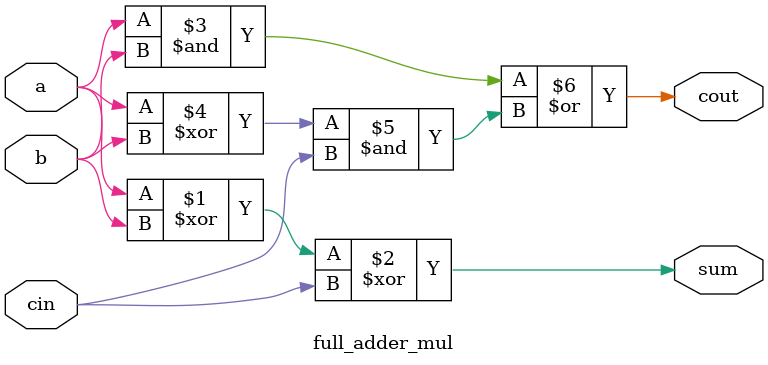
<source format=v>
module mini_ALU_16bit_MUL (
    input [15:0] data0,
    input [15:0] data1,
    output [31:0]  product,
    output overflow,
    output valid
);

    wire [30:0] partial_product [15:0];
    wire [30:0] tem_partial_product [14:0];


    //部分积
    assign partial_product[0] ={{15{1'b0}} , data0 & {16{data1[0]}}              };
    assign partial_product[1] ={{14{1'b0}} , data0 & {16{data1[1]}} ,  1'b0      };
    assign partial_product[2] ={{13{1'b0}} , data0 & {16{data1[2]}} ,  2'b00     };
    assign partial_product[3] ={{12{1'b0}} , data0 & {16{data1[3]}} ,  3'b000    };
    assign partial_product[4] ={{11{1'b0}} , data0 & {16{data1[4]}} , {4{1'b0}}  };
    assign partial_product[5] ={{10{1'b0}} , data0 & {16{data1[5]}} , {5{1'b0}}  };
    assign partial_product[6] ={{ 9{1'b0}} , data0 & {16{data1[6]}} , {6{1'b0}}  };
    assign partial_product[7] ={{ 8{1'b0}} , data0 & {16{data1[7]}} , {7{1'b0}}  };
    assign partial_product[8] ={{ 7{1'b0}} , data0 & {16{data1[8]}} , {8{1'b0}}  };
    assign partial_product[9] ={{ 6{1'b0}} , data0 & {16{data1[9]}} , {9{1'b0}}  };
    assign partial_product[10]={{ 5{1'b0}} , data0 & {16{data1[10]}},{10{1'b0}}  };
    assign partial_product[11]={{ 4{1'b0}} , data0 & {16{data1[11]}},{11{1'b0}}  };
    assign partial_product[12]={{ 3{1'b0}} , data0 & {16{data1[12]}},{12{1'b0}}  };
    assign partial_product[13]={{ 2{1'b0}} , data0 & {16{data1[13]}},{13{1'b0}}  };
    assign partial_product[14]={    1'b0   , data0 & {16{data1[14]}},{14{1'b0}}  };
    assign partial_product[15]={data0 & {16{data1[15]}},             {15{1'b0}}  };

    wire [14:0] temp_cout;
    adder_31bit a0(
        .a(partial_product[0]),
        .b(partial_product[1]),
        .sum(tem_partial_product[0]),
        .cout(temp_cout[0]),
        .cin(1'b0)
    );
    adder_31bit a1(
        .a(tem_partial_product[0]),
        .b(partial_product[2]),
        .sum(tem_partial_product[1]),
        .cout(temp_cout[1]),
        .cin(temp_cout[0])
    );
    adder_31bit a2(
        .a(tem_partial_product[1]),
        .b(partial_product[3]),
        .sum(tem_partial_product[2]),
        .cout(temp_cout[2]),
        .cin(temp_cout[1])
    );
    adder_31bit a3(
        .a(tem_partial_product[2]),
        .b(partial_product[4]),
        .sum(tem_partial_product[3]),
        .cout(temp_cout[3]),
        .cin(temp_cout[2])
    );
    adder_31bit a4(
        .a(tem_partial_product[3]),
        .b(partial_product[5]),
        .sum(tem_partial_product[4]),
        .cout(temp_cout[4]),
        .cin(temp_cout[3])
    );
    adder_31bit a5(
        .a(tem_partial_product[4]),
        .b(partial_product[6]),
        .sum(tem_partial_product[5]),
        .cout(temp_cout[5]),
        .cin(temp_cout[4])
    );
    adder_31bit a6(
        .a(tem_partial_product[5]),
        .b(partial_product[7]),
        .sum(tem_partial_product[6]),
        .cout(temp_cout[6]),
        .cin(temp_cout[5])
    );
    adder_31bit a7(
        .a(tem_partial_product[6]),
        .b(partial_product[8]),
        .sum(tem_partial_product[7]),
        .cout(temp_cout[7]),
        .cin(temp_cout[6])
    );
    adder_31bit a8(
        .a(tem_partial_product[7]),
        .b(partial_product[9]),
        .sum(tem_partial_product[8]),
        .cout(temp_cout[8]),
        .cin(temp_cout[7])
    );
    adder_31bit a9(
        .a(tem_partial_product[8]),
        .b(partial_product[10]),
        .sum(tem_partial_product[9]),
        .cout(temp_cout[9]),
        .cin(temp_cout[8])
    );
    adder_31bit a10(
        .a(tem_partial_product[9]),
        .b(partial_product[11]),
        .sum(tem_partial_product[10]),
        .cout(temp_cout[10]),
        .cin(temp_cout[9])
    );
    adder_31bit a11(
        .a(tem_partial_product[10]),
        .b(partial_product[12]),
        .sum(tem_partial_product[11]),
        .cout(temp_cout[11]),
        .cin(temp_cout[10])
    );
    adder_31bit a12(
        .a(tem_partial_product[11]),
        .b(partial_product[13]),
        .sum(tem_partial_product[12]),
        .cout(temp_cout[12]),
        .cin(temp_cout[11])
    );
    adder_31bit a13(
        .a(tem_partial_product[12]),
        .b(partial_product[14]),
        .sum(tem_partial_product[13]),
        .cout(temp_cout[13]),
        .cin(temp_cout[12])
    );
    adder_31bit a14(
        .a(tem_partial_product[13]),
        .b(partial_product[15]),
        .sum(tem_partial_product[14]),
        .cout(temp_cout[14]),
        .cin(temp_cout[13])
    );
    
    assign product={temp_cout[14],tem_partial_product[14]};
    assign overflow=1'b0;
    assign valid=1'b1;
    

endmodule
//31bit全加器
module adder_31bit(
    input [30:0] a,
    input cin,
    input [30:0] b,
    output [30:0] sum,
    output  cout
);
    wire [30:0] carry;

    full_adder_mul fa0(
        .a(a[0]),
        .b(b[0]),
        .cin(1'b0),
        .sum(sum[0]),
        .cout(carry[0])
    );                    
    full_adder_mul fa15(
        .a(a[30]),
        .b(b[30]),
        .cin(carry[29]),
        .sum(sum[30]),
        .cout(cout)
    );
    generate
        genvar i;
            for(i=1;i<30;i=i+1)begin:fadd_31
                full_adder_mul fa(
                .a(a[i]),
                .b(b[i]),
                .cin(carry[i-1]),
                .sum(sum[i]),
                .cout(carry[i])
            );
end
endgenerate

endmodule

//全加器
module full_adder_mul(
    input a,b,cin,
    output sum,cout
);
    assign  sum=a^b^cin;
    assign cout=a&b | ((a^b)&cin);


endmodule
</source>
